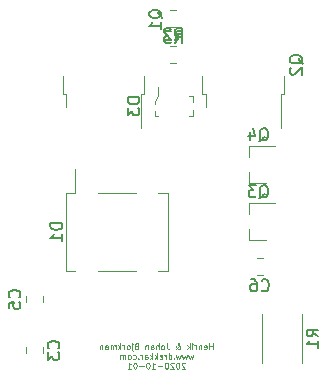
<source format=gbr>
G04 #@! TF.GenerationSoftware,KiCad,Pcbnew,5.1.5+dfsg1-2build2*
G04 #@! TF.CreationDate,2020-10-04T22:15:50+02:00*
G04 #@! TF.ProjectId,transistor_board,7472616e-7369-4737-946f-725f626f6172,rev?*
G04 #@! TF.SameCoordinates,Original*
G04 #@! TF.FileFunction,Legend,Bot*
G04 #@! TF.FilePolarity,Positive*
%FSLAX46Y46*%
G04 Gerber Fmt 4.6, Leading zero omitted, Abs format (unit mm)*
G04 Created by KiCad (PCBNEW 5.1.5+dfsg1-2build2) date 2020-10-04 22:15:50*
%MOMM*%
%LPD*%
G04 APERTURE LIST*
%ADD10C,0.070000*%
%ADD11C,0.120000*%
%ADD12C,0.100000*%
%ADD13C,0.150000*%
G04 APERTURE END LIST*
D10*
X129373809Y-127406190D02*
X129373809Y-126906190D01*
X129373809Y-127144285D02*
X129088095Y-127144285D01*
X129088095Y-127406190D02*
X129088095Y-126906190D01*
X128659523Y-127382380D02*
X128707142Y-127406190D01*
X128802380Y-127406190D01*
X128850000Y-127382380D01*
X128873809Y-127334761D01*
X128873809Y-127144285D01*
X128850000Y-127096666D01*
X128802380Y-127072857D01*
X128707142Y-127072857D01*
X128659523Y-127096666D01*
X128635714Y-127144285D01*
X128635714Y-127191904D01*
X128873809Y-127239523D01*
X128421428Y-127072857D02*
X128421428Y-127406190D01*
X128421428Y-127120476D02*
X128397619Y-127096666D01*
X128350000Y-127072857D01*
X128278571Y-127072857D01*
X128230952Y-127096666D01*
X128207142Y-127144285D01*
X128207142Y-127406190D01*
X127969047Y-127406190D02*
X127969047Y-127072857D01*
X127969047Y-127168095D02*
X127945238Y-127120476D01*
X127921428Y-127096666D01*
X127873809Y-127072857D01*
X127826190Y-127072857D01*
X127659523Y-127406190D02*
X127659523Y-127072857D01*
X127659523Y-126906190D02*
X127683333Y-126930000D01*
X127659523Y-126953809D01*
X127635714Y-126930000D01*
X127659523Y-126906190D01*
X127659523Y-126953809D01*
X127421428Y-127406190D02*
X127421428Y-126906190D01*
X127373809Y-127215714D02*
X127230952Y-127406190D01*
X127230952Y-127072857D02*
X127421428Y-127263333D01*
X126230952Y-127406190D02*
X126254761Y-127406190D01*
X126302380Y-127382380D01*
X126373809Y-127310952D01*
X126492857Y-127168095D01*
X126540476Y-127096666D01*
X126564285Y-127025238D01*
X126564285Y-126977619D01*
X126540476Y-126930000D01*
X126492857Y-126906190D01*
X126469047Y-126906190D01*
X126421428Y-126930000D01*
X126397619Y-126977619D01*
X126397619Y-127001428D01*
X126421428Y-127049047D01*
X126445238Y-127072857D01*
X126588095Y-127168095D01*
X126611904Y-127191904D01*
X126635714Y-127239523D01*
X126635714Y-127310952D01*
X126611904Y-127358571D01*
X126588095Y-127382380D01*
X126540476Y-127406190D01*
X126469047Y-127406190D01*
X126421428Y-127382380D01*
X126397619Y-127358571D01*
X126326190Y-127263333D01*
X126302380Y-127191904D01*
X126302380Y-127144285D01*
X125492857Y-126906190D02*
X125492857Y-127263333D01*
X125516666Y-127334761D01*
X125564285Y-127382380D01*
X125635714Y-127406190D01*
X125683333Y-127406190D01*
X125183333Y-127406190D02*
X125230952Y-127382380D01*
X125254761Y-127358571D01*
X125278571Y-127310952D01*
X125278571Y-127168095D01*
X125254761Y-127120476D01*
X125230952Y-127096666D01*
X125183333Y-127072857D01*
X125111904Y-127072857D01*
X125064285Y-127096666D01*
X125040476Y-127120476D01*
X125016666Y-127168095D01*
X125016666Y-127310952D01*
X125040476Y-127358571D01*
X125064285Y-127382380D01*
X125111904Y-127406190D01*
X125183333Y-127406190D01*
X124802380Y-127406190D02*
X124802380Y-126906190D01*
X124588095Y-127406190D02*
X124588095Y-127144285D01*
X124611904Y-127096666D01*
X124659523Y-127072857D01*
X124730952Y-127072857D01*
X124778571Y-127096666D01*
X124802380Y-127120476D01*
X124135714Y-127406190D02*
X124135714Y-127144285D01*
X124159523Y-127096666D01*
X124207142Y-127072857D01*
X124302380Y-127072857D01*
X124350000Y-127096666D01*
X124135714Y-127382380D02*
X124183333Y-127406190D01*
X124302380Y-127406190D01*
X124350000Y-127382380D01*
X124373809Y-127334761D01*
X124373809Y-127287142D01*
X124350000Y-127239523D01*
X124302380Y-127215714D01*
X124183333Y-127215714D01*
X124135714Y-127191904D01*
X123897619Y-127072857D02*
X123897619Y-127406190D01*
X123897619Y-127120476D02*
X123873809Y-127096666D01*
X123826190Y-127072857D01*
X123754761Y-127072857D01*
X123707142Y-127096666D01*
X123683333Y-127144285D01*
X123683333Y-127406190D01*
X122897619Y-127144285D02*
X122826190Y-127168095D01*
X122802380Y-127191904D01*
X122778571Y-127239523D01*
X122778571Y-127310952D01*
X122802380Y-127358571D01*
X122826190Y-127382380D01*
X122873809Y-127406190D01*
X123064285Y-127406190D01*
X123064285Y-126906190D01*
X122897619Y-126906190D01*
X122850000Y-126930000D01*
X122826190Y-126953809D01*
X122802380Y-127001428D01*
X122802380Y-127049047D01*
X122826190Y-127096666D01*
X122850000Y-127120476D01*
X122897619Y-127144285D01*
X123064285Y-127144285D01*
X122564285Y-127072857D02*
X122564285Y-127501428D01*
X122588095Y-127549047D01*
X122635714Y-127572857D01*
X122659523Y-127572857D01*
X122564285Y-126906190D02*
X122588095Y-126930000D01*
X122564285Y-126953809D01*
X122540476Y-126930000D01*
X122564285Y-126906190D01*
X122564285Y-126953809D01*
X122254761Y-127406190D02*
X122302380Y-127382380D01*
X122326190Y-127358571D01*
X122350000Y-127310952D01*
X122350000Y-127168095D01*
X122326190Y-127120476D01*
X122302380Y-127096666D01*
X122254761Y-127072857D01*
X122183333Y-127072857D01*
X122135714Y-127096666D01*
X122111904Y-127120476D01*
X122088095Y-127168095D01*
X122088095Y-127310952D01*
X122111904Y-127358571D01*
X122135714Y-127382380D01*
X122183333Y-127406190D01*
X122254761Y-127406190D01*
X121873809Y-127406190D02*
X121873809Y-127072857D01*
X121873809Y-127168095D02*
X121850000Y-127120476D01*
X121826190Y-127096666D01*
X121778571Y-127072857D01*
X121730952Y-127072857D01*
X121564285Y-127406190D02*
X121564285Y-126906190D01*
X121516666Y-127215714D02*
X121373809Y-127406190D01*
X121373809Y-127072857D02*
X121564285Y-127263333D01*
X121159523Y-127406190D02*
X121159523Y-127072857D01*
X121159523Y-127120476D02*
X121135714Y-127096666D01*
X121088095Y-127072857D01*
X121016666Y-127072857D01*
X120969047Y-127096666D01*
X120945238Y-127144285D01*
X120945238Y-127406190D01*
X120945238Y-127144285D02*
X120921428Y-127096666D01*
X120873809Y-127072857D01*
X120802380Y-127072857D01*
X120754761Y-127096666D01*
X120730952Y-127144285D01*
X120730952Y-127406190D01*
X120278571Y-127406190D02*
X120278571Y-127144285D01*
X120302380Y-127096666D01*
X120350000Y-127072857D01*
X120445238Y-127072857D01*
X120492857Y-127096666D01*
X120278571Y-127382380D02*
X120326190Y-127406190D01*
X120445238Y-127406190D01*
X120492857Y-127382380D01*
X120516666Y-127334761D01*
X120516666Y-127287142D01*
X120492857Y-127239523D01*
X120445238Y-127215714D01*
X120326190Y-127215714D01*
X120278571Y-127191904D01*
X120040476Y-127072857D02*
X120040476Y-127406190D01*
X120040476Y-127120476D02*
X120016666Y-127096666D01*
X119969047Y-127072857D01*
X119897619Y-127072857D01*
X119850000Y-127096666D01*
X119826190Y-127144285D01*
X119826190Y-127406190D01*
X127707142Y-127892857D02*
X127611904Y-128226190D01*
X127516666Y-127988095D01*
X127421428Y-128226190D01*
X127326190Y-127892857D01*
X127183333Y-127892857D02*
X127088095Y-128226190D01*
X126992857Y-127988095D01*
X126897619Y-128226190D01*
X126802380Y-127892857D01*
X126659523Y-127892857D02*
X126564285Y-128226190D01*
X126469047Y-127988095D01*
X126373809Y-128226190D01*
X126278571Y-127892857D01*
X126088095Y-128178571D02*
X126064285Y-128202380D01*
X126088095Y-128226190D01*
X126111904Y-128202380D01*
X126088095Y-128178571D01*
X126088095Y-128226190D01*
X125635714Y-128226190D02*
X125635714Y-127726190D01*
X125635714Y-128202380D02*
X125683333Y-128226190D01*
X125778571Y-128226190D01*
X125826190Y-128202380D01*
X125850000Y-128178571D01*
X125873809Y-128130952D01*
X125873809Y-127988095D01*
X125850000Y-127940476D01*
X125826190Y-127916666D01*
X125778571Y-127892857D01*
X125683333Y-127892857D01*
X125635714Y-127916666D01*
X125397619Y-128226190D02*
X125397619Y-127892857D01*
X125397619Y-127988095D02*
X125373809Y-127940476D01*
X125350000Y-127916666D01*
X125302380Y-127892857D01*
X125254761Y-127892857D01*
X124897619Y-128202380D02*
X124945238Y-128226190D01*
X125040476Y-128226190D01*
X125088095Y-128202380D01*
X125111904Y-128154761D01*
X125111904Y-127964285D01*
X125088095Y-127916666D01*
X125040476Y-127892857D01*
X124945238Y-127892857D01*
X124897619Y-127916666D01*
X124873809Y-127964285D01*
X124873809Y-128011904D01*
X125111904Y-128059523D01*
X124659523Y-128226190D02*
X124659523Y-127726190D01*
X124611904Y-128035714D02*
X124469047Y-128226190D01*
X124469047Y-127892857D02*
X124659523Y-128083333D01*
X124254761Y-128226190D02*
X124254761Y-127726190D01*
X124207142Y-128035714D02*
X124064285Y-128226190D01*
X124064285Y-127892857D02*
X124254761Y-128083333D01*
X123635714Y-128226190D02*
X123635714Y-127964285D01*
X123659523Y-127916666D01*
X123707142Y-127892857D01*
X123802380Y-127892857D01*
X123850000Y-127916666D01*
X123635714Y-128202380D02*
X123683333Y-128226190D01*
X123802380Y-128226190D01*
X123850000Y-128202380D01*
X123873809Y-128154761D01*
X123873809Y-128107142D01*
X123850000Y-128059523D01*
X123802380Y-128035714D01*
X123683333Y-128035714D01*
X123635714Y-128011904D01*
X123397619Y-128226190D02*
X123397619Y-127892857D01*
X123397619Y-127988095D02*
X123373809Y-127940476D01*
X123350000Y-127916666D01*
X123302380Y-127892857D01*
X123254761Y-127892857D01*
X123088095Y-128178571D02*
X123064285Y-128202380D01*
X123088095Y-128226190D01*
X123111904Y-128202380D01*
X123088095Y-128178571D01*
X123088095Y-128226190D01*
X122635714Y-128202380D02*
X122683333Y-128226190D01*
X122778571Y-128226190D01*
X122826190Y-128202380D01*
X122850000Y-128178571D01*
X122873809Y-128130952D01*
X122873809Y-127988095D01*
X122850000Y-127940476D01*
X122826190Y-127916666D01*
X122778571Y-127892857D01*
X122683333Y-127892857D01*
X122635714Y-127916666D01*
X122350000Y-128226190D02*
X122397619Y-128202380D01*
X122421428Y-128178571D01*
X122445238Y-128130952D01*
X122445238Y-127988095D01*
X122421428Y-127940476D01*
X122397619Y-127916666D01*
X122350000Y-127892857D01*
X122278571Y-127892857D01*
X122230952Y-127916666D01*
X122207142Y-127940476D01*
X122183333Y-127988095D01*
X122183333Y-128130952D01*
X122207142Y-128178571D01*
X122230952Y-128202380D01*
X122278571Y-128226190D01*
X122350000Y-128226190D01*
X121969047Y-128226190D02*
X121969047Y-127892857D01*
X121969047Y-127940476D02*
X121945238Y-127916666D01*
X121897619Y-127892857D01*
X121826190Y-127892857D01*
X121778571Y-127916666D01*
X121754761Y-127964285D01*
X121754761Y-128226190D01*
X121754761Y-127964285D02*
X121730952Y-127916666D01*
X121683333Y-127892857D01*
X121611904Y-127892857D01*
X121564285Y-127916666D01*
X121540476Y-127964285D01*
X121540476Y-128226190D01*
X127028571Y-128593809D02*
X127004761Y-128570000D01*
X126957142Y-128546190D01*
X126838095Y-128546190D01*
X126790476Y-128570000D01*
X126766666Y-128593809D01*
X126742857Y-128641428D01*
X126742857Y-128689047D01*
X126766666Y-128760476D01*
X127052380Y-129046190D01*
X126742857Y-129046190D01*
X126433333Y-128546190D02*
X126385714Y-128546190D01*
X126338095Y-128570000D01*
X126314285Y-128593809D01*
X126290476Y-128641428D01*
X126266666Y-128736666D01*
X126266666Y-128855714D01*
X126290476Y-128950952D01*
X126314285Y-128998571D01*
X126338095Y-129022380D01*
X126385714Y-129046190D01*
X126433333Y-129046190D01*
X126480952Y-129022380D01*
X126504761Y-128998571D01*
X126528571Y-128950952D01*
X126552380Y-128855714D01*
X126552380Y-128736666D01*
X126528571Y-128641428D01*
X126504761Y-128593809D01*
X126480952Y-128570000D01*
X126433333Y-128546190D01*
X126076190Y-128593809D02*
X126052380Y-128570000D01*
X126004761Y-128546190D01*
X125885714Y-128546190D01*
X125838095Y-128570000D01*
X125814285Y-128593809D01*
X125790476Y-128641428D01*
X125790476Y-128689047D01*
X125814285Y-128760476D01*
X126100000Y-129046190D01*
X125790476Y-129046190D01*
X125480952Y-128546190D02*
X125433333Y-128546190D01*
X125385714Y-128570000D01*
X125361904Y-128593809D01*
X125338095Y-128641428D01*
X125314285Y-128736666D01*
X125314285Y-128855714D01*
X125338095Y-128950952D01*
X125361904Y-128998571D01*
X125385714Y-129022380D01*
X125433333Y-129046190D01*
X125480952Y-129046190D01*
X125528571Y-129022380D01*
X125552380Y-128998571D01*
X125576190Y-128950952D01*
X125600000Y-128855714D01*
X125600000Y-128736666D01*
X125576190Y-128641428D01*
X125552380Y-128593809D01*
X125528571Y-128570000D01*
X125480952Y-128546190D01*
X125100000Y-128855714D02*
X124719047Y-128855714D01*
X124219047Y-129046190D02*
X124504761Y-129046190D01*
X124361904Y-129046190D02*
X124361904Y-128546190D01*
X124409523Y-128617619D01*
X124457142Y-128665238D01*
X124504761Y-128689047D01*
X123909523Y-128546190D02*
X123861904Y-128546190D01*
X123814285Y-128570000D01*
X123790476Y-128593809D01*
X123766666Y-128641428D01*
X123742857Y-128736666D01*
X123742857Y-128855714D01*
X123766666Y-128950952D01*
X123790476Y-128998571D01*
X123814285Y-129022380D01*
X123861904Y-129046190D01*
X123909523Y-129046190D01*
X123957142Y-129022380D01*
X123980952Y-128998571D01*
X124004761Y-128950952D01*
X124028571Y-128855714D01*
X124028571Y-128736666D01*
X124004761Y-128641428D01*
X123980952Y-128593809D01*
X123957142Y-128570000D01*
X123909523Y-128546190D01*
X123528571Y-128855714D02*
X123147619Y-128855714D01*
X122814285Y-128546190D02*
X122766666Y-128546190D01*
X122719047Y-128570000D01*
X122695238Y-128593809D01*
X122671428Y-128641428D01*
X122647619Y-128736666D01*
X122647619Y-128855714D01*
X122671428Y-128950952D01*
X122695238Y-128998571D01*
X122719047Y-129022380D01*
X122766666Y-129046190D01*
X122814285Y-129046190D01*
X122861904Y-129022380D01*
X122885714Y-128998571D01*
X122909523Y-128950952D01*
X122933333Y-128855714D01*
X122933333Y-128736666D01*
X122909523Y-128641428D01*
X122885714Y-128593809D01*
X122861904Y-128570000D01*
X122814285Y-128546190D01*
X122171428Y-129046190D02*
X122457142Y-129046190D01*
X122314285Y-129046190D02*
X122314285Y-128546190D01*
X122361904Y-128617619D01*
X122409523Y-128665238D01*
X122457142Y-128689047D01*
D11*
X133545000Y-128544064D02*
X133545000Y-124439936D01*
X136965000Y-128544064D02*
X136965000Y-124439936D01*
X132463000Y-113340000D02*
X133923000Y-113340000D01*
X132463000Y-110180000D02*
X134623000Y-110180000D01*
X132463000Y-110180000D02*
X132463000Y-111110000D01*
X132463000Y-113340000D02*
X132463000Y-112410000D01*
X132463000Y-118166000D02*
X133923000Y-118166000D01*
X132463000Y-115006000D02*
X134623000Y-115006000D01*
X132463000Y-115006000D02*
X132463000Y-115936000D01*
X132463000Y-118166000D02*
X132463000Y-117236000D01*
D12*
X124450000Y-107625000D02*
X124750000Y-107625000D01*
X124450000Y-107250000D02*
X124450000Y-107625000D01*
X127750000Y-107625000D02*
X127750000Y-107175000D01*
X127450000Y-107625000D02*
X127750000Y-107625000D01*
X127525000Y-107625000D02*
X127400000Y-107625000D01*
X127750000Y-105975000D02*
X127400000Y-105975000D01*
X127750000Y-106450000D02*
X127750000Y-105975000D01*
X124775000Y-105975000D02*
X124775000Y-105200000D01*
X124725000Y-105975000D02*
X124775000Y-105975000D01*
X124450000Y-106350000D02*
X124725000Y-105975000D01*
X124450000Y-106625000D02*
X124450000Y-106350000D01*
D11*
X116985000Y-114175000D02*
X116985000Y-120775000D01*
X119685000Y-120775000D02*
X122885000Y-120775000D01*
X119685000Y-114175000D02*
X122885000Y-114175000D01*
X125585000Y-120775000D02*
X124785000Y-120775000D01*
X125585000Y-114175000D02*
X125585000Y-120775000D01*
X124785000Y-114175000D02*
X125585000Y-114175000D01*
X116967000Y-114173000D02*
X117729000Y-114173000D01*
X117729000Y-114173000D02*
X117729000Y-112141000D01*
X117729000Y-112141000D02*
X117729000Y-112141000D01*
X117729000Y-120777000D02*
X116967000Y-120777000D01*
X116967000Y-120777000D02*
X116967000Y-120777000D01*
X133088748Y-119686000D02*
X133611252Y-119686000D01*
X133088748Y-121106000D02*
X133611252Y-121106000D01*
X115010000Y-122928748D02*
X115010000Y-123451252D01*
X113590000Y-122928748D02*
X113590000Y-123451252D01*
X113590000Y-127769252D02*
X113590000Y-127246748D01*
X115010000Y-127769252D02*
X115010000Y-127246748D01*
X125788922Y-98667500D02*
X126306078Y-98667500D01*
X125788922Y-100087500D02*
X126306078Y-100087500D01*
X126306078Y-103135500D02*
X125788922Y-103135500D01*
X126306078Y-101715500D02*
X125788922Y-101715500D01*
X128774000Y-105813000D02*
X128774000Y-106913000D01*
X128504000Y-105813000D02*
X128774000Y-105813000D01*
X128504000Y-104313000D02*
X128504000Y-105813000D01*
X135134000Y-105813000D02*
X135134000Y-108643000D01*
X135404000Y-105813000D02*
X135134000Y-105813000D01*
X135404000Y-104313000D02*
X135404000Y-105813000D01*
X116962000Y-105813000D02*
X116962000Y-106913000D01*
X116692000Y-105813000D02*
X116962000Y-105813000D01*
X116692000Y-104313000D02*
X116692000Y-105813000D01*
X123322000Y-105813000D02*
X123322000Y-108643000D01*
X123592000Y-105813000D02*
X123322000Y-105813000D01*
X123592000Y-104313000D02*
X123592000Y-105813000D01*
D13*
X138327380Y-126325333D02*
X137851190Y-125992000D01*
X138327380Y-125753904D02*
X137327380Y-125753904D01*
X137327380Y-126134857D01*
X137375000Y-126230095D01*
X137422619Y-126277714D01*
X137517857Y-126325333D01*
X137660714Y-126325333D01*
X137755952Y-126277714D01*
X137803571Y-126230095D01*
X137851190Y-126134857D01*
X137851190Y-125753904D01*
X138327380Y-127277714D02*
X138327380Y-126706285D01*
X138327380Y-126992000D02*
X137327380Y-126992000D01*
X137470238Y-126896761D01*
X137565476Y-126801523D01*
X137613095Y-126706285D01*
X133318238Y-109807619D02*
X133413476Y-109760000D01*
X133508714Y-109664761D01*
X133651571Y-109521904D01*
X133746809Y-109474285D01*
X133842047Y-109474285D01*
X133794428Y-109712380D02*
X133889666Y-109664761D01*
X133984904Y-109569523D01*
X134032523Y-109379047D01*
X134032523Y-109045714D01*
X133984904Y-108855238D01*
X133889666Y-108760000D01*
X133794428Y-108712380D01*
X133603952Y-108712380D01*
X133508714Y-108760000D01*
X133413476Y-108855238D01*
X133365857Y-109045714D01*
X133365857Y-109379047D01*
X133413476Y-109569523D01*
X133508714Y-109664761D01*
X133603952Y-109712380D01*
X133794428Y-109712380D01*
X132508714Y-109045714D02*
X132508714Y-109712380D01*
X132746809Y-108664761D02*
X132984904Y-109379047D01*
X132365857Y-109379047D01*
X133318238Y-114633619D02*
X133413476Y-114586000D01*
X133508714Y-114490761D01*
X133651571Y-114347904D01*
X133746809Y-114300285D01*
X133842047Y-114300285D01*
X133794428Y-114538380D02*
X133889666Y-114490761D01*
X133984904Y-114395523D01*
X134032523Y-114205047D01*
X134032523Y-113871714D01*
X133984904Y-113681238D01*
X133889666Y-113586000D01*
X133794428Y-113538380D01*
X133603952Y-113538380D01*
X133508714Y-113586000D01*
X133413476Y-113681238D01*
X133365857Y-113871714D01*
X133365857Y-114205047D01*
X133413476Y-114395523D01*
X133508714Y-114490761D01*
X133603952Y-114538380D01*
X133794428Y-114538380D01*
X133032523Y-113538380D02*
X132413476Y-113538380D01*
X132746809Y-113919333D01*
X132603952Y-113919333D01*
X132508714Y-113966952D01*
X132461095Y-114014571D01*
X132413476Y-114109809D01*
X132413476Y-114347904D01*
X132461095Y-114443142D01*
X132508714Y-114490761D01*
X132603952Y-114538380D01*
X132889666Y-114538380D01*
X132984904Y-114490761D01*
X133032523Y-114443142D01*
X123177380Y-106086904D02*
X122177380Y-106086904D01*
X122177380Y-106325000D01*
X122225000Y-106467857D01*
X122320238Y-106563095D01*
X122415476Y-106610714D01*
X122605952Y-106658333D01*
X122748809Y-106658333D01*
X122939285Y-106610714D01*
X123034523Y-106563095D01*
X123129761Y-106467857D01*
X123177380Y-106325000D01*
X123177380Y-106086904D01*
X122177380Y-106991666D02*
X122177380Y-107610714D01*
X122558333Y-107277380D01*
X122558333Y-107420238D01*
X122605952Y-107515476D01*
X122653571Y-107563095D01*
X122748809Y-107610714D01*
X122986904Y-107610714D01*
X123082142Y-107563095D01*
X123129761Y-107515476D01*
X123177380Y-107420238D01*
X123177380Y-107134523D01*
X123129761Y-107039285D01*
X123082142Y-106991666D01*
X116637380Y-116736904D02*
X115637380Y-116736904D01*
X115637380Y-116975000D01*
X115685000Y-117117857D01*
X115780238Y-117213095D01*
X115875476Y-117260714D01*
X116065952Y-117308333D01*
X116208809Y-117308333D01*
X116399285Y-117260714D01*
X116494523Y-117213095D01*
X116589761Y-117117857D01*
X116637380Y-116975000D01*
X116637380Y-116736904D01*
X116637380Y-118260714D02*
X116637380Y-117689285D01*
X116637380Y-117975000D02*
X115637380Y-117975000D01*
X115780238Y-117879761D01*
X115875476Y-117784523D01*
X115923095Y-117689285D01*
X133516666Y-122403142D02*
X133564285Y-122450761D01*
X133707142Y-122498380D01*
X133802380Y-122498380D01*
X133945238Y-122450761D01*
X134040476Y-122355523D01*
X134088095Y-122260285D01*
X134135714Y-122069809D01*
X134135714Y-121926952D01*
X134088095Y-121736476D01*
X134040476Y-121641238D01*
X133945238Y-121546000D01*
X133802380Y-121498380D01*
X133707142Y-121498380D01*
X133564285Y-121546000D01*
X133516666Y-121593619D01*
X132659523Y-121498380D02*
X132850000Y-121498380D01*
X132945238Y-121546000D01*
X132992857Y-121593619D01*
X133088095Y-121736476D01*
X133135714Y-121926952D01*
X133135714Y-122307904D01*
X133088095Y-122403142D01*
X133040476Y-122450761D01*
X132945238Y-122498380D01*
X132754761Y-122498380D01*
X132659523Y-122450761D01*
X132611904Y-122403142D01*
X132564285Y-122307904D01*
X132564285Y-122069809D01*
X132611904Y-121974571D01*
X132659523Y-121926952D01*
X132754761Y-121879333D01*
X132945238Y-121879333D01*
X133040476Y-121926952D01*
X133088095Y-121974571D01*
X133135714Y-122069809D01*
X113007142Y-123023333D02*
X113054761Y-122975714D01*
X113102380Y-122832857D01*
X113102380Y-122737619D01*
X113054761Y-122594761D01*
X112959523Y-122499523D01*
X112864285Y-122451904D01*
X112673809Y-122404285D01*
X112530952Y-122404285D01*
X112340476Y-122451904D01*
X112245238Y-122499523D01*
X112150000Y-122594761D01*
X112102380Y-122737619D01*
X112102380Y-122832857D01*
X112150000Y-122975714D01*
X112197619Y-123023333D01*
X112102380Y-123928095D02*
X112102380Y-123451904D01*
X112578571Y-123404285D01*
X112530952Y-123451904D01*
X112483333Y-123547142D01*
X112483333Y-123785238D01*
X112530952Y-123880476D01*
X112578571Y-123928095D01*
X112673809Y-123975714D01*
X112911904Y-123975714D01*
X113007142Y-123928095D01*
X113054761Y-123880476D01*
X113102380Y-123785238D01*
X113102380Y-123547142D01*
X113054761Y-123451904D01*
X113007142Y-123404285D01*
X116307142Y-127341333D02*
X116354761Y-127293714D01*
X116402380Y-127150857D01*
X116402380Y-127055619D01*
X116354761Y-126912761D01*
X116259523Y-126817523D01*
X116164285Y-126769904D01*
X115973809Y-126722285D01*
X115830952Y-126722285D01*
X115640476Y-126769904D01*
X115545238Y-126817523D01*
X115450000Y-126912761D01*
X115402380Y-127055619D01*
X115402380Y-127150857D01*
X115450000Y-127293714D01*
X115497619Y-127341333D01*
X115402380Y-127674666D02*
X115402380Y-128293714D01*
X115783333Y-127960380D01*
X115783333Y-128103238D01*
X115830952Y-128198476D01*
X115878571Y-128246095D01*
X115973809Y-128293714D01*
X116211904Y-128293714D01*
X116307142Y-128246095D01*
X116354761Y-128198476D01*
X116402380Y-128103238D01*
X116402380Y-127817523D01*
X116354761Y-127722285D01*
X116307142Y-127674666D01*
X126214166Y-101479880D02*
X126547500Y-101003690D01*
X126785595Y-101479880D02*
X126785595Y-100479880D01*
X126404642Y-100479880D01*
X126309404Y-100527500D01*
X126261785Y-100575119D01*
X126214166Y-100670357D01*
X126214166Y-100813214D01*
X126261785Y-100908452D01*
X126309404Y-100956071D01*
X126404642Y-101003690D01*
X126785595Y-101003690D01*
X125880833Y-100479880D02*
X125261785Y-100479880D01*
X125595119Y-100860833D01*
X125452261Y-100860833D01*
X125357023Y-100908452D01*
X125309404Y-100956071D01*
X125261785Y-101051309D01*
X125261785Y-101289404D01*
X125309404Y-101384642D01*
X125357023Y-101432261D01*
X125452261Y-101479880D01*
X125737976Y-101479880D01*
X125833214Y-101432261D01*
X125880833Y-101384642D01*
X126214166Y-101227880D02*
X126547500Y-100751690D01*
X126785595Y-101227880D02*
X126785595Y-100227880D01*
X126404642Y-100227880D01*
X126309404Y-100275500D01*
X126261785Y-100323119D01*
X126214166Y-100418357D01*
X126214166Y-100561214D01*
X126261785Y-100656452D01*
X126309404Y-100704071D01*
X126404642Y-100751690D01*
X126785595Y-100751690D01*
X125833214Y-100323119D02*
X125785595Y-100275500D01*
X125690357Y-100227880D01*
X125452261Y-100227880D01*
X125357023Y-100275500D01*
X125309404Y-100323119D01*
X125261785Y-100418357D01*
X125261785Y-100513595D01*
X125309404Y-100656452D01*
X125880833Y-101227880D01*
X125261785Y-101227880D01*
X137001619Y-103247761D02*
X136954000Y-103152523D01*
X136858761Y-103057285D01*
X136715904Y-102914428D01*
X136668285Y-102819190D01*
X136668285Y-102723952D01*
X136906380Y-102771571D02*
X136858761Y-102676333D01*
X136763523Y-102581095D01*
X136573047Y-102533476D01*
X136239714Y-102533476D01*
X136049238Y-102581095D01*
X135954000Y-102676333D01*
X135906380Y-102771571D01*
X135906380Y-102962047D01*
X135954000Y-103057285D01*
X136049238Y-103152523D01*
X136239714Y-103200142D01*
X136573047Y-103200142D01*
X136763523Y-103152523D01*
X136858761Y-103057285D01*
X136906380Y-102962047D01*
X136906380Y-102771571D01*
X136001619Y-103581095D02*
X135954000Y-103628714D01*
X135906380Y-103723952D01*
X135906380Y-103962047D01*
X135954000Y-104057285D01*
X136001619Y-104104904D01*
X136096857Y-104152523D01*
X136192095Y-104152523D01*
X136334952Y-104104904D01*
X136906380Y-103533476D01*
X136906380Y-104152523D01*
X125089619Y-99397761D02*
X125042000Y-99302523D01*
X124946761Y-99207285D01*
X124803904Y-99064428D01*
X124756285Y-98969190D01*
X124756285Y-98873952D01*
X124994380Y-98921571D02*
X124946761Y-98826333D01*
X124851523Y-98731095D01*
X124661047Y-98683476D01*
X124327714Y-98683476D01*
X124137238Y-98731095D01*
X124042000Y-98826333D01*
X123994380Y-98921571D01*
X123994380Y-99112047D01*
X124042000Y-99207285D01*
X124137238Y-99302523D01*
X124327714Y-99350142D01*
X124661047Y-99350142D01*
X124851523Y-99302523D01*
X124946761Y-99207285D01*
X124994380Y-99112047D01*
X124994380Y-98921571D01*
X124994380Y-100302523D02*
X124994380Y-99731095D01*
X124994380Y-100016809D02*
X123994380Y-100016809D01*
X124137238Y-99921571D01*
X124232476Y-99826333D01*
X124280095Y-99731095D01*
M02*

</source>
